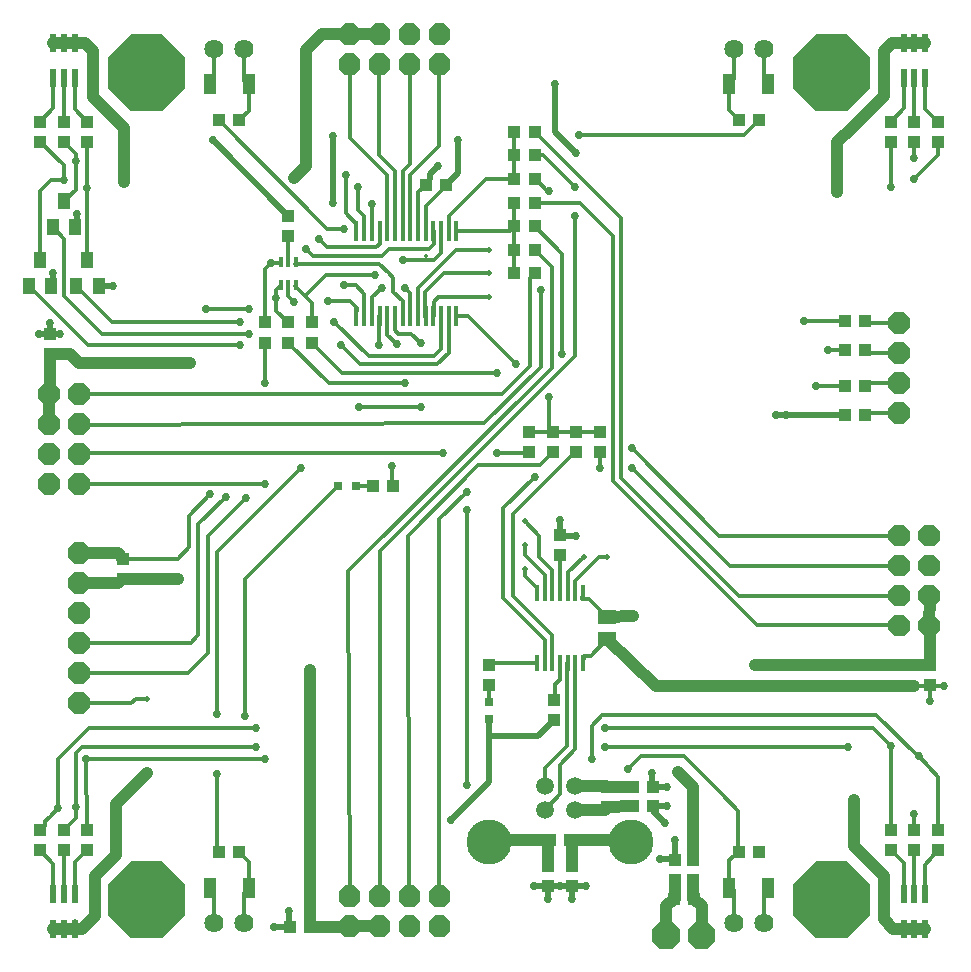
<source format=gtl>
G04 Created by GerbView by Software Companions*
%FSLAX24Y24*%
%MOIN*%
%ADD10C,0.0010*%
%ADD11R,0.0433X0.0393*%
%ADD12R,0.0393X0.0433*%
%ADD13C,0.0640*%
%ADD14C,0.0196*%
%ADD15R,0.0393X0.0669*%
%ADD16R,0.0196X0.0629*%
%ADD17R,0.0177X0.0688*%
%ADD18R,0.0314X0.0314*%
%ADD19R,0.0393X0.0551*%
%ADD20R,0.0177X0.0570*%
%ADD21R,0.0177X0.0354*%
%ADD22C,0.1496*%
%ADD23C,0.0590*%
%ADD24R,0.0590X0.0511*%
%ADD25C,0.0275*%
%ADD26C,0.0118*%
%ADD27C,0.0393*%
%LNEXPORT*%
D02*
D10*
D11*
X1574Y4271D03*
D10*
D11*
X1574Y3602D03*
D10*
D11*
X29133Y4271D03*
D10*
D11*
X29133Y3602D03*
D10*
D11*
X14311Y25787D03*
D10*
D11*
X13641Y25787D03*
D10*
D12*
X30433Y9114D03*
D10*
D12*
X30433Y9783D03*
D10*
D12*
X17263Y23622D03*
D10*
D12*
X16594Y23622D03*
D10*
G36*
X28437Y30054D02*
X27692Y30799D01*
X26637D01*
X25892Y30054D01*
Y28999D01*
X26637Y28254D01*
X27692D01*
X28437Y28999D01*
Y30054D01*
G37*
D11*
X787Y27224D03*
D10*
D11*
X787Y27893D03*
D10*
G36*
X5602Y2495D02*
X4857Y3240D01*
X3802D01*
X3057Y2495D01*
Y1440D01*
X3802Y695D01*
X4857D01*
X5602Y1440D01*
Y2495D01*
G37*
D11*
X29921Y27224D03*
D10*
D11*
X29921Y27893D03*
D10*
D13*
X7586Y1181D03*
D10*
D13*
X6586Y1181D03*
D10*
D11*
X9114Y1062D03*
D10*
D11*
X9783Y1062D03*
D10*
D12*
X21200Y5078D03*
D10*
D12*
X20531Y5078D03*
D10*
D14*
X19685Y13385D03*
D10*
D11*
X19448Y16870D03*
D10*
D11*
X19448Y17539D03*
D10*
G36*
X29270Y20548D02*
X29057Y20335D01*
Y20034D01*
X29270Y19821D01*
X29571D01*
X29784Y20034D01*
Y20335D01*
X29571Y20548D01*
X29270D01*
G37*
G36*
X29270Y21548D02*
X29057Y21335D01*
Y21034D01*
X29270Y20821D01*
X29571D01*
X29784Y21034D01*
Y21335D01*
X29571Y21548D01*
X29270D01*
G37*
G36*
X29270Y18548D02*
X29057Y18335D01*
Y18034D01*
X29270Y17821D01*
X29571D01*
X29784Y18034D01*
Y18335D01*
X29571Y18548D01*
X29270D01*
G37*
G36*
X29270Y19548D02*
X29057Y19335D01*
Y19034D01*
X29270Y18821D01*
X29571D01*
X29784Y19034D01*
Y19335D01*
X29571Y19548D01*
X29270D01*
G37*
D11*
X2362Y4271D03*
D10*
D11*
X2362Y3602D03*
D10*
D12*
X7421Y27952D03*
D10*
D12*
X6751Y27952D03*
D10*
D11*
X15748Y9783D03*
D10*
D11*
X15748Y9114D03*
D10*
G36*
X29270Y13461D02*
X29057Y13248D01*
Y12947D01*
X29270Y12734D01*
X29571D01*
X29784Y12947D01*
Y13248D01*
X29571Y13461D01*
X29270D01*
G37*
G36*
X29270Y12461D02*
X29057Y12248D01*
Y11947D01*
X29270Y11734D01*
X29571D01*
X29784Y11947D01*
Y12248D01*
X29571Y12461D01*
X29270D01*
G37*
G36*
X30270Y13461D02*
X30057Y13248D01*
Y12947D01*
X30270Y12734D01*
X30571D01*
X30784Y12947D01*
Y13248D01*
X30571Y13461D01*
X30270D01*
G37*
G36*
X30270Y11461D02*
X30057Y11248D01*
Y10947D01*
X30270Y10734D01*
X30571D01*
X30784Y10947D01*
Y11248D01*
X30571Y11461D01*
X30270D01*
G37*
G36*
X29270Y11461D02*
X29057Y11248D01*
Y10947D01*
X29270Y10734D01*
X29571D01*
X29784Y10947D01*
Y11248D01*
X29571Y11461D01*
X29270D01*
G37*
G36*
X29270Y14461D02*
X29057Y14248D01*
Y13947D01*
X29270Y13734D01*
X29571D01*
X29784Y13947D01*
Y14248D01*
X29571Y14461D01*
X29270D01*
G37*
G36*
X30270Y14461D02*
X30057Y14248D01*
Y13947D01*
X30270Y13734D01*
X30571D01*
X30784Y13947D01*
Y14248D01*
X30571Y14461D01*
X30270D01*
G37*
G36*
X30270Y12461D02*
X30057Y12248D01*
Y11947D01*
X30270Y11734D01*
X30571D01*
X30784Y11947D01*
Y12248D01*
X30571Y12461D01*
X30270D01*
G37*
D12*
X28287Y19094D03*
D10*
D12*
X27618Y19094D03*
D10*
D11*
X8267Y20531D03*
D10*
D11*
X8267Y21200D03*
D10*
D14*
X16929Y12992D03*
D10*
D11*
X3543Y13326D03*
D10*
D11*
X3543Y12657D03*
D10*
D11*
X29921Y4271D03*
D10*
D11*
X29921Y3602D03*
D10*
D12*
X19685Y5059D03*
D10*
D12*
X19685Y5728D03*
D10*
D11*
X29133Y27224D03*
D10*
D11*
X29133Y27893D03*
D10*
D15*
X6437Y2362D03*
D10*
D15*
X7736Y2362D03*
D10*
D16*
X1929Y2155D03*
D10*
D16*
X1574Y994D03*
D10*
D16*
X1220Y2155D03*
D10*
D16*
X1929Y994D03*
D10*
D16*
X1574Y2155D03*
D10*
D16*
X1220Y994D03*
D10*
D11*
X30708Y27224D03*
D10*
D11*
X30708Y27893D03*
D10*
D16*
X30275Y2155D03*
D10*
D16*
X29921Y994D03*
D10*
D16*
X29566Y2155D03*
D10*
D16*
X30275Y994D03*
D10*
D16*
X29921Y2155D03*
D10*
D16*
X29566Y994D03*
D10*
D17*
X13631Y24251D03*
D10*
D17*
X12864Y21417D03*
D10*
D17*
X12864Y24251D03*
D10*
D17*
X14399Y24251D03*
D10*
D17*
X13375Y21417D03*
D10*
D17*
X11328Y24251D03*
D10*
D17*
X12096Y21417D03*
D10*
D17*
X12608Y24251D03*
D10*
D17*
X11584Y24251D03*
D10*
D17*
X11840Y21417D03*
D10*
D17*
X13375Y24251D03*
D10*
D17*
X13631Y21417D03*
D10*
D17*
X12608Y21417D03*
D10*
D17*
X12352Y24251D03*
D10*
D17*
X14655Y21417D03*
D10*
D17*
X12096Y24251D03*
D10*
D17*
X11584Y21417D03*
D10*
D17*
X13887Y21417D03*
D10*
D17*
X14143Y21417D03*
D10*
D17*
X14655Y24251D03*
D10*
D17*
X13887Y24251D03*
D10*
D17*
X14399Y21417D03*
D10*
D17*
X13120Y24251D03*
D10*
D17*
X11328Y21417D03*
D10*
D17*
X14143Y24251D03*
D10*
D17*
X13120Y21417D03*
D10*
D17*
X11840Y24251D03*
D10*
D17*
X12352Y21417D03*
D10*
G36*
X23295Y978D02*
X23025Y1248D01*
X22642D01*
X22372Y978D01*
Y595D01*
X22642Y325D01*
X23025D01*
X23295Y595D01*
Y978D01*
G37*
D11*
X1574Y27224D03*
D10*
D11*
X1574Y27893D03*
D10*
D12*
X24074Y27952D03*
D10*
D12*
X24744Y27952D03*
D10*
D18*
X10728Y15748D03*
D10*
D18*
X11318Y15748D03*
D10*
D12*
X16594Y24409D03*
D10*
D12*
X17263Y24409D03*
D10*
D11*
X18110Y13444D03*
D10*
D11*
X18110Y14114D03*
D10*
D14*
X15748Y22047D03*
D10*
D11*
X787Y4271D03*
D10*
D11*
X787Y3602D03*
D10*
D12*
X17263Y27559D03*
D10*
D12*
X16594Y27559D03*
D10*
G36*
X2224Y11159D02*
X2437Y11372D01*
Y11673D01*
X2224Y11886D01*
X1923D01*
X1710Y11673D01*
Y11372D01*
X1923Y11159D01*
X2224D01*
G37*
G36*
X2224Y9159D02*
X2437Y9372D01*
Y9673D01*
X2224Y9886D01*
X1923D01*
X1710Y9673D01*
Y9372D01*
X1923Y9159D01*
X2224D01*
G37*
G36*
X2224Y10159D02*
X2437Y10372D01*
Y10673D01*
X2224Y10886D01*
X1923D01*
X1710Y10673D01*
Y10372D01*
X1923Y10159D01*
X2224D01*
G37*
G36*
X2224Y13159D02*
X2437Y13372D01*
Y13673D01*
X2224Y13886D01*
X1923D01*
X1710Y13673D01*
Y13372D01*
X1923Y13159D01*
X2224D01*
G37*
G36*
X2224Y12159D02*
X2437Y12372D01*
Y12673D01*
X2224Y12886D01*
X1923D01*
X1710Y12673D01*
Y12372D01*
X1923Y12159D01*
X2224D01*
G37*
G36*
X2224Y8159D02*
X2437Y8372D01*
Y8673D01*
X2224Y8886D01*
X1923D01*
X1710Y8673D01*
Y8372D01*
X1923Y8159D01*
X2224D01*
G37*
D13*
X23909Y30314D03*
D10*
D13*
X24909Y30314D03*
D10*
D12*
X28287Y18110D03*
D10*
D12*
X27618Y18110D03*
D10*
D12*
X28287Y20275D03*
D10*
D12*
X27618Y20275D03*
D10*
D11*
X30708Y4271D03*
D10*
D11*
X30708Y3602D03*
D10*
D11*
X9055Y20531D03*
D10*
D11*
X9055Y21200D03*
D10*
D19*
X787Y23267D03*
D10*
D19*
X413Y22401D03*
D10*
D19*
X1161Y22401D03*
D10*
D11*
X17086Y16870D03*
D10*
D11*
X17086Y17539D03*
D10*
D11*
X21929Y2618D03*
D10*
D11*
X21929Y3287D03*
D10*
D12*
X7421Y3543D03*
D10*
D12*
X6751Y3543D03*
D10*
D12*
X17263Y25196D03*
D10*
D12*
X16594Y25196D03*
D10*
D11*
X18661Y17539D03*
D10*
D11*
X18661Y16870D03*
D10*
D13*
X23909Y1181D03*
D10*
D13*
X24909Y1181D03*
D10*
D14*
X16929Y13779D03*
D10*
D12*
X12539Y15748D03*
D10*
D12*
X11870Y15748D03*
D10*
D11*
X9842Y20531D03*
D10*
D11*
X9842Y21200D03*
D10*
D12*
X17263Y22834D03*
D10*
D12*
X16594Y22834D03*
D10*
D11*
X2362Y27224D03*
D10*
D11*
X2362Y27893D03*
D10*
D14*
X15748Y23622D03*
D10*
D11*
X18503Y2421D03*
D10*
D11*
X18503Y3090D03*
D10*
D11*
X21909Y1968D03*
D10*
D11*
X22578Y1968D03*
D10*
D12*
X20531Y5708D03*
D10*
D12*
X21200Y5708D03*
D10*
D11*
X17874Y16870D03*
D10*
D11*
X17874Y17539D03*
D10*
D19*
X2362Y23267D03*
D10*
D19*
X1988Y22401D03*
D10*
D19*
X2736Y22401D03*
D10*
D13*
X7586Y30314D03*
D10*
D13*
X6586Y30314D03*
D10*
D12*
X17913Y8602D03*
D10*
D12*
X17913Y7933D03*
D10*
D16*
X29566Y29340D03*
D10*
D16*
X29921Y30501D03*
D10*
D16*
X30275Y29340D03*
D10*
D16*
X29566Y30501D03*
D10*
D16*
X29921Y29340D03*
D10*
D16*
X30275Y30501D03*
D10*
D14*
X15748Y22834D03*
D10*
D15*
X25059Y29133D03*
D10*
D15*
X23759Y29133D03*
D10*
G36*
X22114Y978D02*
X21844Y1248D01*
X21461D01*
X21191Y978D01*
Y595D01*
X21461Y325D01*
X21844D01*
X22114Y595D01*
Y978D01*
G37*
D12*
X17263Y25984D03*
D10*
D12*
X16594Y25984D03*
D10*
D16*
X1220Y29340D03*
D10*
D16*
X1574Y30501D03*
D10*
D16*
X1929Y29340D03*
D10*
D16*
X1220Y30501D03*
D10*
D16*
X1574Y29340D03*
D10*
D16*
X1929Y30501D03*
D10*
D14*
X16929Y14566D03*
D10*
G36*
X13461Y2224D02*
X13248Y2437D01*
X12947D01*
X12734Y2224D01*
Y1923D01*
X12947Y1710D01*
X13248D01*
X13461Y1923D01*
Y2224D01*
G37*
G36*
X12461Y2224D02*
X12248Y2437D01*
X11947D01*
X11734Y2224D01*
Y1923D01*
X11947Y1710D01*
X12248D01*
X12461Y1923D01*
Y2224D01*
G37*
G36*
X13461Y1224D02*
X13248Y1437D01*
X12947D01*
X12734Y1224D01*
Y923D01*
X12947Y710D01*
X13248D01*
X13461Y923D01*
Y1224D01*
G37*
G36*
X11461Y1224D02*
X11248Y1437D01*
X10947D01*
X10734Y1224D01*
Y923D01*
X10947Y710D01*
X11248D01*
X11461Y923D01*
Y1224D01*
G37*
G36*
X11461Y2224D02*
X11248Y2437D01*
X10947D01*
X10734Y2224D01*
Y1923D01*
X10947Y1710D01*
X11248D01*
X11461Y1923D01*
Y2224D01*
G37*
G36*
X14461Y2224D02*
X14248Y2437D01*
X13947D01*
X13734Y2224D01*
Y1923D01*
X13947Y1710D01*
X14248D01*
X14461Y1923D01*
Y2224D01*
G37*
G36*
X14461Y1224D02*
X14248Y1437D01*
X13947D01*
X13734Y1224D01*
Y923D01*
X13947Y710D01*
X14248D01*
X14461Y923D01*
Y1224D01*
G37*
G36*
X12461Y1224D02*
X12248Y1437D01*
X11947D01*
X11734Y1224D01*
Y923D01*
X11947Y710D01*
X12248D01*
X12461Y923D01*
Y1224D01*
G37*
G36*
X28437Y2495D02*
X27692Y3240D01*
X26637D01*
X25892Y2495D01*
Y1440D01*
X26637Y695D01*
X27692D01*
X28437Y1440D01*
Y2495D01*
G37*
D12*
X24074Y3543D03*
D10*
D12*
X24744Y3543D03*
D10*
G36*
X12734Y29663D02*
X12947Y29450D01*
X13248D01*
X13461Y29663D01*
Y29964D01*
X13248Y30177D01*
X12947D01*
X12734Y29964D01*
Y29663D01*
G37*
G36*
X11734Y29663D02*
X11947Y29450D01*
X12248D01*
X12461Y29663D01*
Y29964D01*
X12248Y30177D01*
X11947D01*
X11734Y29964D01*
Y29663D01*
G37*
G36*
X12734Y30663D02*
X12947Y30450D01*
X13248D01*
X13461Y30663D01*
Y30964D01*
X13248Y31177D01*
X12947D01*
X12734Y30964D01*
Y30663D01*
G37*
G36*
X10734Y30663D02*
X10947Y30450D01*
X11248D01*
X11461Y30663D01*
Y30964D01*
X11248Y31177D01*
X10947D01*
X10734Y30964D01*
Y30663D01*
G37*
G36*
X10734Y29663D02*
X10947Y29450D01*
X11248D01*
X11461Y29663D01*
Y29964D01*
X11248Y30177D01*
X10947D01*
X10734Y29964D01*
Y29663D01*
G37*
G36*
X13734Y29663D02*
X13947Y29450D01*
X14248D01*
X14461Y29663D01*
Y29964D01*
X14248Y30177D01*
X13947D01*
X13734Y29964D01*
Y29663D01*
G37*
G36*
X13734Y30663D02*
X13947Y30450D01*
X14248D01*
X14461Y30663D01*
Y30964D01*
X14248Y31177D01*
X13947D01*
X13734Y30964D01*
Y30663D01*
G37*
G36*
X11734Y30663D02*
X11947Y30450D01*
X12248D01*
X12461Y30663D01*
Y30964D01*
X12248Y31177D01*
X11947D01*
X11734Y30964D01*
Y30663D01*
G37*
D20*
X18110Y9862D03*
D10*
D20*
X17342Y12185D03*
D10*
D20*
X18877Y9862D03*
D10*
D20*
X18622Y12185D03*
D10*
D20*
X17854Y9862D03*
D10*
D20*
X18622Y9862D03*
D10*
D20*
X18366Y9862D03*
D10*
D20*
X17598Y12185D03*
D10*
D20*
X18110Y12185D03*
D10*
D20*
X17342Y9862D03*
D10*
D20*
X17854Y12185D03*
D10*
D20*
X18877Y12185D03*
D10*
D20*
X17598Y9862D03*
D10*
D20*
X18366Y12185D03*
D10*
D21*
X9055Y22460D03*
D10*
D21*
X8799Y23208D03*
D10*
D21*
X9311Y23208D03*
D10*
D21*
X9055Y23208D03*
D10*
D21*
X8799Y22460D03*
D10*
D21*
X9311Y22460D03*
D10*
D15*
X25059Y2362D03*
D10*
D15*
X23759Y2362D03*
D10*
G36*
X2224Y16458D02*
X2437Y16671D01*
Y16972D01*
X2224Y17185D01*
X1923D01*
X1710Y16972D01*
Y16671D01*
X1923Y16458D01*
X2224D01*
G37*
G36*
X2224Y17458D02*
X2437Y17671D01*
Y17972D01*
X2224Y18185D01*
X1923D01*
X1710Y17972D01*
Y17671D01*
X1923Y17458D01*
X2224D01*
G37*
G36*
X1224Y16458D02*
X1437Y16671D01*
Y16972D01*
X1224Y17185D01*
X923D01*
X710Y16972D01*
Y16671D01*
X923Y16458D01*
X1224D01*
G37*
G36*
X1224Y18458D02*
X1437Y18671D01*
Y18972D01*
X1224Y19185D01*
X923D01*
X710Y18972D01*
Y18671D01*
X923Y18458D01*
X1224D01*
G37*
G36*
X2224Y18458D02*
X2437Y18671D01*
Y18972D01*
X2224Y19185D01*
X1923D01*
X1710Y18972D01*
Y18671D01*
X1923Y18458D01*
X2224D01*
G37*
G36*
X2224Y15458D02*
X2437Y15671D01*
Y15972D01*
X2224Y16185D01*
X1923D01*
X1710Y15972D01*
Y15671D01*
X1923Y15458D01*
X2224D01*
G37*
G36*
X1224Y15458D02*
X1437Y15671D01*
Y15972D01*
X1224Y16185D01*
X923D01*
X710Y15972D01*
Y15671D01*
X923Y15458D01*
X1224D01*
G37*
G36*
X1224Y17458D02*
X1437Y17671D01*
Y17972D01*
X1224Y18185D01*
X923D01*
X710Y17972D01*
Y17671D01*
X923Y17458D01*
X1224D01*
G37*
D18*
X15748Y7972D03*
D10*
D18*
X15748Y8562D03*
D10*
G36*
X5602Y30054D02*
X4857Y30799D01*
X3802D01*
X3057Y30054D01*
Y28999D01*
X3802Y28254D01*
X4857D01*
X5602Y28999D01*
Y30054D01*
G37*
D11*
X22559Y2618D03*
D10*
D11*
X22559Y3287D03*
D10*
D12*
X17775Y3937D03*
D10*
D12*
X18444Y3937D03*
D10*
D12*
X1102Y20807D03*
D10*
D12*
X1102Y20137D03*
D10*
D12*
X9055Y24744D03*
D10*
D12*
X9055Y24074D03*
D10*
D12*
X28287Y21259D03*
D10*
D12*
X27618Y21259D03*
D10*
D14*
X4330Y8661D03*
D10*
D14*
X18897Y13385D03*
D10*
D19*
X1574Y25236D03*
D10*
D19*
X1200Y24370D03*
D10*
D19*
X1948Y24370D03*
D10*
D22*
X15740Y3897D03*
D10*
D23*
X17618Y4964D03*
D10*
D23*
X18602Y5751D03*
D10*
D22*
X20480Y3897D03*
D10*
D23*
X17618Y5751D03*
D10*
D23*
X18602Y4964D03*
D10*
D15*
X6437Y29133D03*
D10*
D15*
X7736Y29133D03*
D10*
D11*
X17716Y2421D03*
D10*
D11*
X17716Y3090D03*
D10*
D12*
X17263Y26771D03*
D10*
D12*
X16594Y26771D03*
D10*
D24*
X19685Y10649D03*
D10*
D24*
X19685Y11397D03*
D10*
D25*
X18188Y20157D03*
D10*
D25*
X17755Y25590D03*
D10*
D25*
X18622Y24763D03*
D10*
D25*
X18622Y25708D03*
D10*
D25*
X17755Y18700D03*
D10*
D25*
X16023Y16850D03*
D10*
D25*
X14212Y16850D03*
D10*
D25*
X19448Y16338D03*
D10*
D25*
X20511Y16338D03*
D10*
D25*
X17480Y22283D03*
D10*
D25*
X16653Y19803D03*
D10*
D25*
X9251Y21889D03*
D10*
D25*
X8464Y23188D03*
D10*
D25*
X8661Y22007D03*
D10*
D25*
X11929Y22795D03*
D10*
D25*
X10078Y23976D03*
D10*
D25*
X9645Y23661D03*
D10*
D25*
X12874Y23267D03*
D10*
D25*
X8267Y19173D03*
D10*
D25*
X8267Y15826D03*
D10*
D25*
X12952Y19173D03*
D10*
D25*
X15000Y15551D03*
D10*
D25*
X16023Y19527D03*
D10*
D25*
X20511Y17007D03*
D10*
D25*
X29133Y25708D03*
D10*
D25*
X29921Y26692D03*
D10*
D25*
X29921Y25984D03*
D10*
D25*
X29133Y7086D03*
D10*
D25*
X29921Y4803D03*
D10*
D25*
X30078Y6732D03*
D10*
D25*
X26259Y21259D03*
D10*
D25*
X27047Y20275D03*
D10*
D25*
X26653Y19094D03*
D10*
D25*
X1377Y5000D03*
D10*
D25*
X1968Y5039D03*
D10*
D25*
X2322Y6653D03*
D10*
D25*
X1574Y25944D03*
D10*
D25*
X1968Y26574D03*
D10*
D25*
X2362Y25669D03*
D10*
D25*
X7440Y21220D03*
D10*
D25*
X7440Y20433D03*
D10*
D25*
X7755Y20826D03*
D10*
D25*
X10826Y20433D03*
D10*
D25*
X11850Y25157D03*
D10*
D25*
X10590Y21220D03*
D10*
D25*
X8267Y6653D03*
D10*
D25*
X7992Y7047D03*
D10*
D25*
X7992Y7677D03*
D10*
D25*
X19606Y7677D03*
D10*
D25*
X19606Y7047D03*
D10*
D25*
X19173Y6653D03*
D10*
D25*
X27716Y7047D03*
D10*
D25*
X10905Y22440D03*
D10*
D25*
X10905Y24330D03*
D10*
D25*
X12165Y22362D03*
D10*
D25*
X18740Y27440D03*
D10*
D25*
X12086Y20433D03*
D10*
D25*
X15000Y14960D03*
D10*
D25*
X15000Y5787D03*
D10*
D25*
X20393Y6299D03*
D10*
D25*
X6692Y6141D03*
D10*
D25*
X6692Y8149D03*
D10*
D25*
X9488Y16338D03*
D10*
D25*
X12677Y20472D03*
D10*
D25*
X12519Y16417D03*
D10*
D25*
X11417Y18385D03*
D10*
D25*
X13464Y18385D03*
D10*
D25*
X13464Y20511D03*
D10*
D25*
X17283Y16062D03*
D10*
D25*
X29921Y9094D03*
D10*
D25*
X30433Y8582D03*
D10*
D25*
X30905Y9094D03*
D10*
D25*
X7637Y15354D03*
D10*
D25*
X11377Y25708D03*
D10*
D25*
X6968Y15393D03*
D10*
D25*
X10984Y26102D03*
D10*
D25*
X6456Y15472D03*
D10*
D25*
X6299Y21653D03*
D10*
D25*
X7755Y21653D03*
D10*
D25*
X10393Y21929D03*
D10*
D25*
X21929Y3937D03*
D10*
D25*
X21456Y3307D03*
D10*
D25*
X21692Y5078D03*
D10*
D25*
X21614Y4527D03*
D10*
D25*
X18110Y2401D03*
D10*
D25*
X17716Y1968D03*
D10*
D25*
X18503Y1968D03*
D10*
D25*
X18976Y2401D03*
D10*
D25*
X17244Y2401D03*
D10*
D25*
X21692Y5708D03*
D10*
D25*
X21181Y6181D03*
D10*
D25*
X14724Y27283D03*
D10*
D25*
X14055Y26417D03*
D10*
D25*
X7598Y8070D03*
D10*
D25*
X14488Y4606D03*
D10*
D25*
X10551Y25196D03*
D10*
D25*
X10551Y27401D03*
D10*
D25*
X12952Y22362D03*
D10*
D25*
X18661Y26850D03*
D10*
D25*
X17952Y29133D03*
D10*
D25*
X9094Y1574D03*
D10*
D25*
X8582Y1062D03*
D10*
D25*
X5078Y12637D03*
D10*
D25*
X5393Y12637D03*
D10*
D25*
X6535Y27283D03*
D10*
D25*
X748Y20826D03*
D10*
D25*
X1102Y21181D03*
D10*
D25*
X1456Y20826D03*
D10*
D25*
X3228Y22401D03*
D10*
D25*
X2007Y24803D03*
D10*
D25*
X1220Y22834D03*
D10*
D25*
X25590Y9803D03*
D10*
D25*
X25118Y9803D03*
D10*
D25*
X24645Y9803D03*
D10*
D25*
X9763Y9212D03*
D10*
D25*
X9763Y8858D03*
D10*
D25*
X9763Y9566D03*
D10*
D25*
X5039Y19842D03*
D10*
D25*
X5393Y19842D03*
D10*
D25*
X5748Y19842D03*
D10*
D25*
X3582Y26181D03*
D10*
D25*
X3582Y26496D03*
D10*
D25*
X27362Y25551D03*
D10*
D25*
X27362Y25866D03*
D10*
D25*
X27362Y26181D03*
D10*
D25*
X27913Y5236D03*
D10*
D25*
X27913Y4921D03*
D10*
D25*
X27913Y4606D03*
D10*
D25*
X3582Y25866D03*
D10*
D25*
X4330Y6181D03*
D10*
D25*
X4094Y5944D03*
D10*
D25*
X3858Y5708D03*
D10*
D25*
X22047Y6220D03*
D10*
D25*
X22283Y5984D03*
D10*
D25*
X22519Y5748D03*
D10*
D25*
X20196Y11417D03*
D10*
D25*
X20511Y11417D03*
D10*
D25*
X18661Y14094D03*
D10*
D25*
X18110Y14606D03*
D10*
D25*
X9251Y26023D03*
D10*
D25*
X9448Y26220D03*
D10*
D25*
X9645Y26417D03*
D10*
D25*
X25314Y18110D03*
D10*
D25*
X25629Y18110D03*
D10*
D26*
X12608Y26250D02*
X12086Y26771D01*
X12086Y26771D02*
X12086Y29803D01*
X12086Y29803D02*
X12098Y29814D01*
X12352Y26112D02*
X11102Y27362D01*
X11102Y27362D02*
X11102Y29803D01*
X11102Y29803D02*
X11098Y29814D01*
X12864Y26250D02*
X13110Y26496D01*
X13110Y26496D02*
X13110Y29803D01*
X13110Y29803D02*
X13098Y29814D01*
X13120Y26112D02*
X14094Y27086D01*
X14094Y27086D02*
X14094Y29803D01*
X14094Y29803D02*
X14098Y29814D01*
X16456Y24251D02*
X16456Y24251D01*
X16594Y23622D02*
X16594Y22834D01*
X16594Y24409D02*
X16456Y24251D01*
X16594Y24409D02*
X16594Y23622D01*
X16594Y24409D02*
X16594Y25196D01*
X17263Y25196D02*
X18779Y25196D01*
X29409Y11102D02*
X29421Y11098D01*
X17263Y23622D02*
X17834Y23051D01*
X17834Y23051D02*
X17834Y19685D01*
X17834Y19685D02*
X11062Y12913D01*
X11062Y12913D02*
X11098Y2074D01*
X16181Y18818D02*
X2086Y18818D01*
X2086Y18818D02*
X2074Y18822D01*
X14399Y24753D02*
X15629Y25984D01*
X15629Y25984D02*
X15629Y25984D01*
X15629Y25984D02*
X16594Y25984D01*
X16594Y26771D02*
X16594Y25984D01*
X16594Y27559D02*
X16594Y26771D01*
X20157Y16023D02*
X24094Y12086D01*
X24094Y12086D02*
X24094Y12086D01*
X24094Y12086D02*
X29409Y12086D01*
X29409Y12086D02*
X29421Y12098D01*
X12098Y2074D02*
X12098Y13555D01*
X12098Y13555D02*
X12125Y13582D01*
X12125Y13582D02*
X18622Y20078D01*
X18622Y20078D02*
X18622Y24763D01*
X17263Y26771D02*
X17559Y26771D01*
X17559Y26771D02*
X18622Y25708D01*
X15590Y17834D02*
X2086Y17795D01*
X2086Y17795D02*
X2086Y17795D01*
X2086Y17795D02*
X2074Y17822D01*
X18661Y17539D02*
X19448Y17539D01*
X17755Y18700D02*
X17755Y17598D01*
X17755Y17598D02*
X17874Y17539D01*
X17874Y17539D02*
X17086Y17539D01*
X17874Y17539D02*
X18661Y17539D01*
X17086Y16870D02*
X17066Y16850D01*
X17066Y16850D02*
X16023Y16850D01*
X2086Y16850D02*
X14212Y16850D01*
X2086Y16850D02*
X2074Y16822D01*
X17874Y16870D02*
X17460Y16456D01*
X17460Y16456D02*
X15393Y16456D01*
X15393Y16456D02*
X15393Y16456D01*
X15393Y16456D02*
X13031Y14094D01*
X13031Y14094D02*
X13070Y2086D01*
X13070Y2086D02*
X13098Y2074D01*
X18661Y16870D02*
X18602Y16870D01*
X18602Y16870D02*
X16535Y14803D01*
X16535Y14803D02*
X16535Y12086D01*
X16535Y12086D02*
X17834Y10787D01*
X17834Y9881D02*
X17834Y10787D01*
X17854Y9862D02*
X17834Y9881D01*
X19448Y16850D02*
X19448Y16338D01*
X19448Y16850D02*
X19448Y16870D01*
X17263Y24409D02*
X18188Y23484D01*
X18188Y23484D02*
X18188Y20157D01*
X17263Y22834D02*
X17125Y22696D01*
X17125Y22696D02*
X17125Y19763D01*
X17125Y19763D02*
X16181Y18818D01*
X15590Y17834D02*
X17480Y19724D01*
X17480Y19724D02*
X17480Y22283D01*
X16653Y19803D02*
X15039Y21417D01*
X8267Y21200D02*
X8267Y22992D01*
X8267Y22992D02*
X8464Y23188D01*
X8779Y23188D02*
X8464Y23188D01*
X8799Y23208D02*
X8779Y23188D01*
X9842Y21200D02*
X9842Y21850D01*
X9291Y22401D02*
X9291Y22401D01*
X9291Y22401D02*
X9311Y22460D01*
X9055Y22460D02*
X9055Y22086D01*
X9055Y22086D02*
X9251Y21889D01*
X9055Y24074D02*
X9055Y23208D01*
X9645Y23661D02*
X9881Y23425D01*
X13661Y23425D02*
X13661Y23425D01*
X12096Y23828D02*
X11968Y23700D01*
X11968Y23700D02*
X10354Y23700D01*
X10354Y23700D02*
X10078Y23976D01*
X9311Y23208D02*
X9291Y23149D01*
X9291Y23149D02*
X10000Y23149D01*
X12086Y23149D02*
X10000Y23149D01*
X13897Y23267D02*
X12874Y23267D01*
X13897Y23267D02*
X14143Y23513D01*
X11929Y22795D02*
X10314Y22795D01*
X10314Y22795D02*
X9606Y22086D01*
X9842Y21850D02*
X9606Y22086D01*
X9606Y22086D02*
X9291Y22401D01*
X8267Y19173D02*
X8267Y20531D01*
X8267Y15826D02*
X8267Y15826D01*
X8267Y15826D02*
X2086Y15826D01*
X2086Y15826D02*
X2074Y15822D01*
X9055Y20531D02*
X10413Y19173D01*
X10413Y19173D02*
X12952Y19173D01*
X15000Y15551D02*
X14094Y14645D01*
X14098Y2074D02*
X14094Y2078D01*
X14094Y2078D02*
X14094Y2086D01*
X14094Y2086D02*
X14094Y14645D01*
X9842Y20531D02*
X10846Y19527D01*
X10846Y19527D02*
X16023Y19527D01*
X18779Y25196D02*
X19881Y24094D01*
X19881Y24094D02*
X19881Y15905D01*
X19881Y15905D02*
X24685Y11102D01*
X24685Y11102D02*
X24685Y11102D01*
X24685Y11102D02*
X29409Y11102D01*
X17263Y27559D02*
X20157Y24665D01*
X20157Y24665D02*
X20157Y24606D01*
X20157Y24606D02*
X20157Y16023D01*
X20511Y16338D02*
X23779Y13070D01*
X23779Y13070D02*
X29409Y13070D01*
X29409Y13070D02*
X29421Y13098D01*
X29421Y14098D02*
X29417Y14094D01*
X29417Y14094D02*
X29409Y14094D01*
X29409Y14094D02*
X23425Y14094D01*
X23425Y14094D02*
X20511Y17007D01*
X1220Y28346D02*
X787Y27893D01*
X1929Y28307D02*
X2362Y27893D01*
X29566Y29340D02*
X29566Y28346D01*
X29566Y28346D02*
X29133Y27893D01*
X29921Y27893D02*
X29921Y29340D01*
X30275Y29340D02*
X30275Y28307D01*
X30275Y28307D02*
X30708Y27893D01*
X29921Y3602D02*
X29921Y2155D01*
X29566Y2155D02*
X29566Y3188D01*
X29566Y3188D02*
X29133Y3602D01*
X30275Y2155D02*
X30275Y3110D01*
X30275Y3110D02*
X30708Y3602D01*
X1574Y3110D02*
X1574Y3602D01*
X1929Y3228D02*
X2362Y3602D01*
X1220Y3149D02*
X787Y3602D01*
X7586Y1181D02*
X7586Y2192D01*
X7586Y2192D02*
X7736Y2362D01*
X7736Y2362D02*
X7736Y3208D01*
X7736Y3208D02*
X7421Y3543D01*
X23909Y1181D02*
X23909Y2271D01*
X23909Y2271D02*
X23759Y2362D01*
X23759Y2362D02*
X23759Y3287D01*
X23759Y3287D02*
X24074Y3543D01*
X23759Y28287D02*
X24074Y27952D01*
X23909Y30314D02*
X23909Y29303D01*
X23909Y29303D02*
X23759Y29133D01*
X23759Y29133D02*
X23759Y28287D01*
X7586Y30314D02*
X7586Y29263D01*
X7586Y29263D02*
X7736Y29133D01*
X7736Y29133D02*
X7736Y28248D01*
X7736Y28248D02*
X7421Y27952D01*
X29421Y18185D02*
X28303Y18185D01*
X28303Y18185D02*
X28287Y18110D01*
X29421Y21185D02*
X28303Y21185D01*
X28303Y21185D02*
X28287Y21259D01*
X29421Y20185D02*
X28318Y20185D01*
X28318Y20185D02*
X28287Y20275D01*
X29421Y19185D02*
X28279Y19185D01*
X28279Y19185D02*
X28287Y19094D01*
X30708Y27086D02*
X30708Y27224D01*
X29921Y26692D02*
X29921Y27224D01*
X29133Y27086D02*
X29133Y27224D01*
X29921Y4803D02*
X29921Y4271D01*
X29133Y27086D02*
X29133Y25708D01*
X26299Y21259D02*
X27618Y21259D01*
X27047Y20275D02*
X27618Y20275D01*
X26653Y19094D02*
X27618Y19094D01*
X2322Y6653D02*
X2362Y4271D01*
X17618Y4964D02*
X18110Y5496D01*
X18110Y5496D02*
X18110Y6456D01*
X18110Y6456D02*
X18622Y6968D01*
X18622Y6968D02*
X18622Y9862D01*
X17618Y5751D02*
X17618Y6358D01*
X17618Y6358D02*
X18346Y7086D01*
X18346Y9842D02*
X18346Y7086D01*
X18346Y9842D02*
X18366Y9862D01*
X2362Y25669D02*
X2362Y23267D01*
X2362Y25669D02*
X2362Y27224D01*
X1200Y24370D02*
X1574Y23996D01*
X1574Y23996D02*
X1574Y22086D01*
X1574Y22086D02*
X2834Y20826D01*
X2834Y20826D02*
X7755Y20826D01*
X1988Y22401D02*
X3169Y21220D01*
X3169Y21220D02*
X7440Y21220D01*
X413Y22401D02*
X2381Y20433D01*
X2381Y20433D02*
X7440Y20433D01*
X11850Y24251D02*
X11850Y25157D01*
X10826Y20433D02*
X11456Y19803D01*
X11456Y19803D02*
X11456Y19803D01*
X11456Y19803D02*
X14015Y19803D01*
X14015Y19803D02*
X14409Y20196D01*
X14409Y21417D02*
X14409Y20196D01*
X10590Y21220D02*
X11732Y20078D01*
X11732Y20078D02*
X12440Y20078D01*
X12440Y20078D02*
X13897Y20078D01*
X13897Y20078D02*
X14133Y20314D01*
X14133Y21417D02*
X14133Y20314D01*
X15748Y23622D02*
X14645Y23622D01*
X14645Y23622D02*
X13385Y22362D01*
X13385Y22362D02*
X13385Y21417D01*
X15748Y22834D02*
X14251Y22834D01*
X14251Y22834D02*
X13622Y22204D01*
X13622Y22204D02*
X13622Y22204D01*
X13622Y22204D02*
X13622Y21377D01*
X13622Y21377D02*
X13622Y21377D01*
X15748Y22047D02*
X14055Y22047D01*
X14055Y22047D02*
X13897Y21889D01*
X13897Y21417D02*
X13897Y21889D01*
X8267Y6653D02*
X2322Y6653D01*
X1968Y6850D02*
X2165Y7047D01*
X2165Y7047D02*
X2165Y7047D01*
X2165Y7047D02*
X8031Y7047D01*
X1377Y6653D02*
X2401Y7677D01*
X2401Y7677D02*
X2401Y7677D01*
X2401Y7677D02*
X8031Y7677D01*
X19606Y7677D02*
X28543Y7677D01*
X28543Y7677D02*
X29133Y7086D01*
X29133Y7086D02*
X29133Y4271D01*
X19173Y6653D02*
X19173Y7755D01*
X19173Y7755D02*
X19527Y8110D01*
X19527Y8110D02*
X28661Y8110D01*
X28661Y8110D02*
X30000Y6771D01*
X27716Y7047D02*
X19606Y7047D01*
D27*
X19685Y5059D02*
X20531Y5078D01*
X19685Y5728D02*
X20531Y5708D01*
X19606Y4960D02*
X19685Y5059D01*
X18602Y4964D02*
X19606Y4960D01*
X19645Y5748D02*
X19685Y5728D01*
X18602Y5751D02*
X19645Y5748D01*
X21653Y787D02*
X21653Y1732D01*
X22834Y787D02*
X22834Y1732D01*
X21929Y1968D02*
X21929Y2618D01*
X21909Y1968D02*
X21929Y1968D01*
X21909Y1968D02*
X21653Y1732D01*
X22559Y1968D02*
X22559Y2618D01*
X22578Y1968D02*
X22559Y1968D01*
X22578Y1968D02*
X22834Y1732D01*
X3543Y13326D02*
X3385Y13503D01*
X2086Y13503D02*
X3385Y13503D01*
X2074Y13523D02*
X2086Y13503D01*
D26*
X4330Y8661D02*
X3976Y8661D01*
X3976Y8661D02*
X3818Y8503D01*
X2074Y8523D02*
X2094Y8503D01*
X2094Y8503D02*
X2086Y8503D01*
X2086Y8503D02*
X3818Y8503D01*
D27*
X30421Y12098D02*
X30433Y12086D01*
X1074Y18822D02*
X1102Y18818D01*
X1074Y18822D02*
X1074Y17822D01*
X30421Y11098D02*
X30433Y11102D01*
X30421Y11098D02*
X30433Y12086D01*
X11098Y1074D02*
X11102Y1062D01*
X11098Y1074D02*
X12098Y1074D01*
D26*
X18110Y13444D02*
X18110Y12185D01*
X18110Y9862D02*
X18110Y9291D01*
X18110Y9291D02*
X17952Y9133D01*
X17952Y8661D02*
X17952Y9133D01*
X17952Y8661D02*
X17992Y8700D01*
X17992Y8700D02*
X17913Y8602D01*
X19133Y10078D02*
X18897Y10078D01*
X18897Y10078D02*
X18877Y9862D01*
X19094Y11968D02*
X19094Y11968D01*
X19094Y11968D02*
X18858Y11968D01*
X18858Y11968D02*
X18858Y11968D01*
X18858Y11968D02*
X18877Y12185D01*
X18622Y12185D02*
X18622Y12598D01*
X18622Y12598D02*
X19409Y13385D01*
X19409Y13385D02*
X19409Y13385D01*
X19409Y13385D02*
X19685Y13385D01*
X18366Y12185D02*
X18366Y12854D01*
X18366Y12854D02*
X18385Y12874D01*
X18385Y12874D02*
X18385Y12874D01*
X18385Y12874D02*
X18897Y13385D01*
X17342Y12185D02*
X17342Y12342D01*
X17342Y12342D02*
X16929Y12755D01*
X16929Y12992D02*
X16929Y12755D01*
X16929Y13779D02*
X16929Y13464D01*
X16929Y13464D02*
X17401Y12992D01*
X17401Y12992D02*
X17598Y12795D01*
X17598Y12795D02*
X17598Y12185D01*
X17854Y12185D02*
X17854Y12933D01*
X17854Y12933D02*
X17401Y13385D01*
X17401Y13385D02*
X17401Y14094D01*
X17401Y14094D02*
X16929Y14566D01*
X11584Y22155D02*
X11299Y22440D01*
X10944Y22440D02*
X11299Y22440D01*
X10905Y24330D02*
X10905Y24330D01*
X10905Y24330D02*
X10354Y24330D01*
X6751Y27952D02*
X10354Y24330D01*
X11840Y22037D02*
X12165Y22362D01*
X18740Y27440D02*
X24251Y27440D01*
X24251Y27440D02*
X24744Y27952D01*
X12086Y21417D02*
X12086Y20433D01*
X15000Y5787D02*
X15000Y14960D01*
X6751Y3543D02*
X6692Y3602D01*
X6692Y3602D02*
X6692Y6141D01*
X6692Y8149D02*
X6692Y13543D01*
X6692Y13543D02*
X9488Y16338D01*
X12677Y20472D02*
X12362Y20787D01*
X12362Y20787D02*
X12362Y21417D01*
X12362Y21417D02*
X12362Y21456D01*
X11318Y15748D02*
X11850Y15748D01*
X11850Y15748D02*
X11850Y15748D01*
X11850Y15748D02*
X11870Y15748D01*
X11870Y15748D02*
X11830Y15708D01*
X12539Y15748D02*
X12519Y15767D01*
X12519Y15767D02*
X12519Y16417D01*
X13464Y18385D02*
X11417Y18385D01*
X12608Y20935D02*
X12716Y20826D01*
X12716Y20826D02*
X13149Y20826D01*
X13149Y20826D02*
X13464Y20511D01*
X17598Y9862D02*
X17598Y10629D01*
X17598Y10629D02*
X17598Y10629D01*
X17598Y10629D02*
X16220Y12007D01*
X16220Y12007D02*
X16220Y12007D01*
X16220Y12007D02*
X16220Y15000D01*
X16220Y15000D02*
X17283Y16062D01*
X15748Y9114D02*
X15748Y8562D01*
X1574Y2155D02*
X1574Y3110D01*
X1220Y2155D02*
X1220Y3149D01*
X1929Y2155D02*
X1929Y3228D01*
X1929Y994D02*
X1929Y1259D01*
X30708Y27086D02*
X30708Y26771D01*
X30708Y26771D02*
X29921Y25984D01*
X30708Y4271D02*
X30708Y6062D01*
X30708Y6062D02*
X30078Y6732D01*
X30078Y6732D02*
X30000Y6771D01*
X1574Y4271D02*
X1968Y4665D01*
X1968Y4665D02*
X1968Y5039D01*
X1968Y5039D02*
X1968Y6850D01*
X1377Y5000D02*
X1377Y6653D01*
X1574Y27224D02*
X1968Y26830D01*
X1574Y25236D02*
X1968Y25629D01*
X1968Y25629D02*
X1968Y26574D01*
X1968Y26574D02*
X1968Y26830D01*
X787Y27224D02*
X1574Y26437D01*
X1574Y26437D02*
X1574Y25944D01*
X1574Y25944D02*
X1141Y25944D01*
X1141Y25944D02*
X787Y25590D01*
X787Y23267D02*
X787Y25590D01*
X2074Y9523D02*
X5704Y9523D01*
X5704Y9523D02*
X6377Y10196D01*
X6377Y10196D02*
X6377Y14094D01*
X6377Y14094D02*
X7637Y15354D01*
X11584Y24753D02*
X11377Y24960D01*
X11377Y25708D02*
X11377Y24960D01*
X2074Y10523D02*
X5799Y10523D01*
X5799Y10523D02*
X6023Y10748D01*
X6023Y10748D02*
X6062Y10787D01*
X6062Y10787D02*
X6062Y13858D01*
X6062Y13858D02*
X6062Y14488D01*
X6062Y14488D02*
X6968Y15393D01*
X11328Y24498D02*
X10984Y24842D01*
X10984Y26102D02*
X10984Y24842D01*
X3543Y13326D02*
X4232Y13326D01*
X4232Y13326D02*
X5374Y13326D01*
X5374Y13326D02*
X5748Y13700D01*
X5748Y13700D02*
X5748Y14763D01*
X5748Y14763D02*
X6456Y15472D01*
X7755Y21653D02*
X6299Y21653D01*
X10393Y21929D02*
X11102Y21929D01*
X11102Y21929D02*
X11220Y21811D01*
X11220Y21811D02*
X11338Y21692D01*
X9055Y21200D02*
X8661Y21594D01*
X8661Y21594D02*
X8661Y22007D01*
X8661Y22283D02*
X8661Y22007D01*
X8661Y22283D02*
X8779Y22401D01*
X8779Y22401D02*
X8779Y22401D01*
X8779Y22401D02*
X8799Y22460D01*
D14*
X21929Y3307D02*
X21456Y3307D01*
X21929Y3287D02*
X21929Y3897D01*
X21929Y3287D02*
X21929Y3307D01*
X21614Y4527D02*
X21220Y4921D01*
X21220Y4921D02*
X21200Y5078D01*
X21200Y5078D02*
X21692Y5078D01*
X17716Y2401D02*
X18110Y2401D01*
X17716Y2421D02*
X17716Y2401D01*
X17716Y2421D02*
X17244Y2401D01*
X17716Y2421D02*
X17716Y1968D01*
X18503Y2401D02*
X18110Y2401D01*
X18503Y2421D02*
X18976Y2401D01*
X18503Y2421D02*
X18503Y1968D01*
X18503Y2421D02*
X18503Y2401D01*
D26*
X20393Y6299D02*
X20826Y6732D01*
X20826Y6732D02*
X21653Y6732D01*
X21653Y6732D02*
X22244Y6732D01*
X22244Y6732D02*
X23503Y5472D01*
X23503Y5472D02*
X24055Y4921D01*
X24055Y3582D02*
X24055Y4921D01*
D14*
X21181Y6181D02*
X21181Y5708D01*
X21181Y5708D02*
X21200Y5708D01*
X21200Y5708D02*
X21692Y5708D01*
X14724Y27283D02*
X14724Y26181D01*
D26*
X14330Y25787D02*
X13631Y25088D01*
X14311Y25787D02*
X14330Y25787D01*
D14*
X14311Y25787D02*
X14724Y26181D01*
X14055Y26417D02*
X13779Y26141D01*
X13779Y26141D02*
X13779Y25984D01*
X13622Y25866D02*
X13641Y25787D01*
D26*
X13641Y25787D02*
X13375Y25541D01*
D14*
X13779Y25984D02*
X13641Y25787D01*
X13641Y25787D02*
X13622Y25866D01*
D26*
X15748Y9783D02*
X15748Y9842D01*
X15748Y9842D02*
X17362Y9842D01*
X17362Y9842D02*
X17342Y9862D01*
X7598Y8070D02*
X7598Y12637D01*
X7598Y12637D02*
X10728Y15748D01*
D14*
X10551Y25196D02*
X10551Y27401D01*
D26*
X12864Y21899D02*
X12559Y22204D01*
X12559Y22204D02*
X12559Y22244D01*
X12559Y22244D02*
X12559Y22480D01*
X12559Y22480D02*
X12559Y22677D01*
X12559Y22677D02*
X12401Y22834D01*
X12086Y23149D02*
X12401Y22834D01*
X9881Y23425D02*
X12165Y23425D01*
X12165Y23425D02*
X12401Y23661D01*
X12401Y23661D02*
X13740Y23661D01*
X13740Y23661D02*
X13897Y23818D01*
X13897Y23818D02*
X13897Y24251D01*
X12362Y21456D02*
X12352Y21417D01*
X11840Y24251D02*
X11850Y24251D01*
X13120Y21417D02*
X13120Y22194D01*
X14143Y24251D02*
X14143Y23513D01*
X11338Y21692D02*
X11328Y21417D01*
X13120Y24251D02*
X13120Y26112D01*
X14399Y21417D02*
X14409Y21417D01*
X13897Y24251D02*
X13887Y24251D01*
X14655Y24251D02*
X16456Y24251D01*
X14143Y21417D02*
X14133Y21417D01*
X13887Y21417D02*
X13897Y21417D01*
X11584Y21417D02*
X11584Y22155D01*
X12096Y24251D02*
X12096Y23828D01*
X15039Y21417D02*
X14655Y21417D01*
X12352Y24251D02*
X12352Y26112D01*
X12608Y21417D02*
X12608Y20935D01*
X13622Y21377D02*
X13631Y21417D01*
X13375Y24251D02*
X13375Y25541D01*
X11840Y21417D02*
X11840Y22037D01*
X11584Y24251D02*
X11584Y24753D01*
X12608Y24251D02*
X12608Y26250D01*
X12096Y21417D02*
X12086Y21417D01*
X11328Y24251D02*
X11328Y24498D01*
X13385Y21417D02*
X13375Y21417D01*
X14399Y24251D02*
X14399Y24753D01*
X12864Y24251D02*
X12864Y26250D01*
X12864Y21417D02*
X12864Y21899D01*
X13631Y24251D02*
X13631Y25088D01*
X13120Y22194D02*
X12952Y22362D01*
X17263Y25984D02*
X17322Y25984D01*
X17322Y25984D02*
X17677Y25590D01*
X17755Y25590D02*
X17677Y25590D01*
D14*
X18661Y26850D02*
X17952Y27559D01*
X17952Y27559D02*
X17952Y29133D01*
X15748Y5866D02*
X14488Y4606D01*
X17913Y7933D02*
X17381Y7401D01*
X17381Y7401D02*
X15748Y7401D01*
X15748Y7972D02*
X15748Y7401D01*
X15748Y7401D02*
X15748Y5866D01*
X9094Y1062D02*
X8582Y1062D01*
X9094Y1062D02*
X9094Y1574D01*
X9114Y1062D02*
X9094Y1062D01*
X9114Y1062D02*
X9094Y1062D01*
D27*
X3385Y12519D02*
X2074Y12523D01*
X3543Y12657D02*
X5393Y12637D01*
X3543Y12657D02*
X3385Y12519D01*
D14*
X9055Y24744D02*
X9055Y24763D01*
X9055Y24763D02*
X6535Y27283D01*
X1102Y20826D02*
X1456Y20826D01*
X1102Y20826D02*
X748Y20826D01*
X1102Y20807D02*
X1102Y20826D01*
X1102Y20807D02*
X1102Y21181D01*
X1102Y20807D02*
X1102Y20826D01*
X2755Y22401D02*
X3228Y22401D01*
X2736Y22401D02*
X2755Y22401D01*
X2007Y24370D02*
X2007Y24803D01*
X2007Y24370D02*
X2007Y24370D01*
X2007Y24370D02*
X1968Y24370D01*
X1220Y22834D02*
X1220Y22322D01*
X1181Y22322D02*
X1220Y22322D01*
D26*
X30433Y8582D02*
X30433Y8976D01*
X30393Y9094D02*
X30905Y9094D01*
X30393Y9094D02*
X29921Y9094D01*
X30433Y9114D02*
X30433Y8976D01*
X30433Y9114D02*
X30393Y9094D01*
X30433Y9114D02*
X30393Y9094D01*
X30905Y9094D02*
X30826Y9094D01*
D27*
X30433Y9783D02*
X30433Y10472D01*
X30433Y10472D02*
X30433Y11102D01*
X9783Y1062D02*
X11102Y1062D01*
X1102Y20137D02*
X1102Y18818D01*
D26*
X1574Y27893D02*
X1574Y29340D01*
X1929Y29340D02*
X1929Y28307D01*
X1220Y29340D02*
X1220Y28346D01*
X6574Y30118D02*
X6586Y30314D01*
X6574Y30118D02*
X6574Y29251D01*
X6574Y29251D02*
X6437Y29133D01*
X25059Y29133D02*
X24921Y29271D01*
X24921Y29271D02*
X24921Y30275D01*
X24921Y30275D02*
X24909Y30314D01*
X6437Y2362D02*
X6574Y2224D01*
X6574Y2224D02*
X6574Y1220D01*
X6574Y1220D02*
X6614Y1181D01*
X6614Y1181D02*
X6586Y1181D01*
X25059Y2362D02*
X24921Y2224D01*
X24921Y2224D02*
X24921Y1220D01*
X24921Y1220D02*
X24909Y1181D01*
D27*
X1220Y30501D02*
X2293Y30501D01*
X2293Y30501D02*
X2559Y30236D01*
X2559Y30236D02*
X2559Y28700D01*
X2559Y28700D02*
X3582Y27677D01*
X3582Y25866D02*
X3582Y27677D01*
D26*
X1377Y5000D02*
X1102Y4724D01*
X944Y4566D02*
X1102Y4724D01*
X944Y4566D02*
X944Y4409D01*
X944Y4409D02*
X787Y4271D01*
D27*
X30275Y30501D02*
X29163Y30501D01*
X29163Y30501D02*
X28897Y30236D01*
X28897Y30236D02*
X28897Y28740D01*
X28897Y28740D02*
X27874Y27716D01*
X27874Y27716D02*
X27362Y27204D01*
X27362Y27204D02*
X27362Y25551D01*
X30275Y994D02*
X29202Y994D01*
X29202Y994D02*
X28897Y1299D01*
X28897Y1299D02*
X28897Y2755D01*
X28897Y2755D02*
X27913Y3740D01*
X27913Y5275D02*
X27913Y3740D01*
X1220Y994D02*
X2175Y994D01*
X2175Y994D02*
X2598Y1417D01*
X2598Y1417D02*
X2598Y2755D01*
X2598Y2755D02*
X3307Y3464D01*
X3307Y3464D02*
X3307Y5157D01*
X3307Y5157D02*
X4330Y6181D01*
X22559Y3287D02*
X22559Y5708D01*
X22559Y5708D02*
X22047Y6220D01*
X29921Y9094D02*
X21299Y9094D01*
X21299Y9094D02*
X19685Y10649D01*
D26*
X19685Y10649D02*
X19133Y10078D01*
D27*
X30433Y9783D02*
X24625Y9783D01*
D26*
X19685Y11397D02*
X19094Y11968D01*
D27*
X1102Y20137D02*
X1791Y20137D01*
X1791Y20137D02*
X2086Y19842D01*
X5787Y19842D02*
X2086Y19842D01*
X9763Y9606D02*
X9783Y1062D01*
X20551Y11417D02*
X19685Y11397D01*
X18444Y3937D02*
X18503Y3937D01*
X18503Y3937D02*
X18503Y3090D01*
X17775Y3937D02*
X17716Y3937D01*
X17716Y3937D02*
X17716Y3090D01*
X15708Y3937D02*
X17716Y3937D01*
X15708Y3937D02*
X15740Y3897D01*
X20480Y3897D02*
X20480Y3937D01*
X18503Y3937D02*
X18503Y3937D01*
X18503Y3937D02*
X20480Y3937D01*
D14*
X18110Y14606D02*
X18110Y14114D01*
X18110Y14114D02*
X18110Y14094D01*
X18110Y14094D02*
X18661Y14094D01*
D27*
X12098Y30814D02*
X10185Y30814D01*
X10185Y30814D02*
X9803Y30433D01*
X9803Y30433D02*
X9645Y30275D01*
X9645Y30275D02*
X9645Y26417D01*
X9645Y26417D02*
X9251Y26023D01*
D14*
X25314Y18110D02*
X27618Y18110D01*
X27618Y18110D01*
D02*
M02*

</source>
